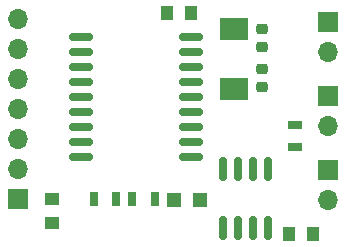
<source format=gbr>
%TF.GenerationSoftware,KiCad,Pcbnew,(6.0.7)*%
%TF.CreationDate,2022-10-19T11:36:30-04:00*%
%TF.ProjectId,SPItoCAN,53504974-6f43-4414-9e2e-6b696361645f,rev?*%
%TF.SameCoordinates,Original*%
%TF.FileFunction,Soldermask,Top*%
%TF.FilePolarity,Negative*%
%FSLAX46Y46*%
G04 Gerber Fmt 4.6, Leading zero omitted, Abs format (unit mm)*
G04 Created by KiCad (PCBNEW (6.0.7)) date 2022-10-19 11:36:30*
%MOMM*%
%LPD*%
G01*
G04 APERTURE LIST*
G04 Aperture macros list*
%AMRoundRect*
0 Rectangle with rounded corners*
0 $1 Rounding radius*
0 $2 $3 $4 $5 $6 $7 $8 $9 X,Y pos of 4 corners*
0 Add a 4 corners polygon primitive as box body*
4,1,4,$2,$3,$4,$5,$6,$7,$8,$9,$2,$3,0*
0 Add four circle primitives for the rounded corners*
1,1,$1+$1,$2,$3*
1,1,$1+$1,$4,$5*
1,1,$1+$1,$6,$7*
1,1,$1+$1,$8,$9*
0 Add four rect primitives between the rounded corners*
20,1,$1+$1,$2,$3,$4,$5,0*
20,1,$1+$1,$4,$5,$6,$7,0*
20,1,$1+$1,$6,$7,$8,$9,0*
20,1,$1+$1,$8,$9,$2,$3,0*%
G04 Aperture macros list end*
%ADD10R,2.400000X1.900000*%
%ADD11RoundRect,0.150000X0.875000X0.150000X-0.875000X0.150000X-0.875000X-0.150000X0.875000X-0.150000X0*%
%ADD12RoundRect,0.150000X-0.150000X0.825000X-0.150000X-0.825000X0.150000X-0.825000X0.150000X0.825000X0*%
%ADD13R,0.700000X1.300000*%
%ADD14R,1.300000X0.700000*%
%ADD15R,1.700000X1.700000*%
%ADD16O,1.700000X1.700000*%
%ADD17R,1.200000X1.200000*%
%ADD18R,1.000000X1.250000*%
%ADD19R,1.250000X1.000000*%
%ADD20RoundRect,0.218750X0.256250X-0.218750X0.256250X0.218750X-0.256250X0.218750X-0.256250X-0.218750X0*%
%ADD21RoundRect,0.218750X-0.256250X0.218750X-0.256250X-0.218750X0.256250X-0.218750X0.256250X0.218750X0*%
G04 APERTURE END LIST*
D10*
%TO.C,Y1*%
X33000000Y-15575000D03*
X33000000Y-20625000D03*
%TD*%
D11*
%TO.C,U2*%
X20050000Y-26380000D03*
X20050000Y-25110000D03*
X20050000Y-23840000D03*
X20050000Y-22570000D03*
X20050000Y-21300000D03*
X20050000Y-20030000D03*
X20050000Y-18760000D03*
X20050000Y-17490000D03*
X20050000Y-16220000D03*
X29350000Y-16220000D03*
X29350000Y-17490000D03*
X29350000Y-18760000D03*
X29350000Y-20030000D03*
X29350000Y-21300000D03*
X29350000Y-22570000D03*
X29350000Y-23840000D03*
X29350000Y-25110000D03*
X29350000Y-26380000D03*
%TD*%
D12*
%TO.C,U1*%
X35905000Y-27450000D03*
X34635000Y-27450000D03*
X33365000Y-27450000D03*
X32095000Y-27450000D03*
X32095000Y-32400000D03*
X33365000Y-32400000D03*
X34635000Y-32400000D03*
X35905000Y-32400000D03*
%TD*%
D13*
%TO.C,R3*%
X26310000Y-30000000D03*
X24410000Y-30000000D03*
%TD*%
D14*
%TO.C,R2*%
X38150000Y-25600000D03*
X38150000Y-23700000D03*
%TD*%
D13*
%TO.C,R1*%
X23040000Y-29990000D03*
X21140000Y-29990000D03*
%TD*%
D15*
%TO.C,J4*%
X14750000Y-30000000D03*
D16*
X14750000Y-27460000D03*
X14750000Y-24920000D03*
X14750000Y-22380000D03*
X14750000Y-19840000D03*
X14750000Y-17300000D03*
X14750000Y-14760000D03*
%TD*%
D15*
%TO.C,J3*%
X41000000Y-21225000D03*
D16*
X41000000Y-23765000D03*
%TD*%
D15*
%TO.C,J2*%
X41000000Y-15000000D03*
D16*
X41000000Y-17540000D03*
%TD*%
D15*
%TO.C,J1*%
X41000000Y-27475000D03*
D16*
X41000000Y-30015000D03*
%TD*%
D17*
%TO.C,D1*%
X27910000Y-30030000D03*
X30110000Y-30030000D03*
%TD*%
D18*
%TO.C,C5*%
X37675000Y-32900000D03*
X39675000Y-32900000D03*
%TD*%
%TO.C,C4*%
X27350000Y-14200000D03*
X29350000Y-14200000D03*
%TD*%
D19*
%TO.C,C3*%
X17610000Y-30000000D03*
X17610000Y-32000000D03*
%TD*%
D20*
%TO.C,C2*%
X35400000Y-17125000D03*
X35400000Y-15550000D03*
%TD*%
D21*
%TO.C,C1*%
X35400000Y-20500000D03*
X35400000Y-18925000D03*
%TD*%
M02*

</source>
